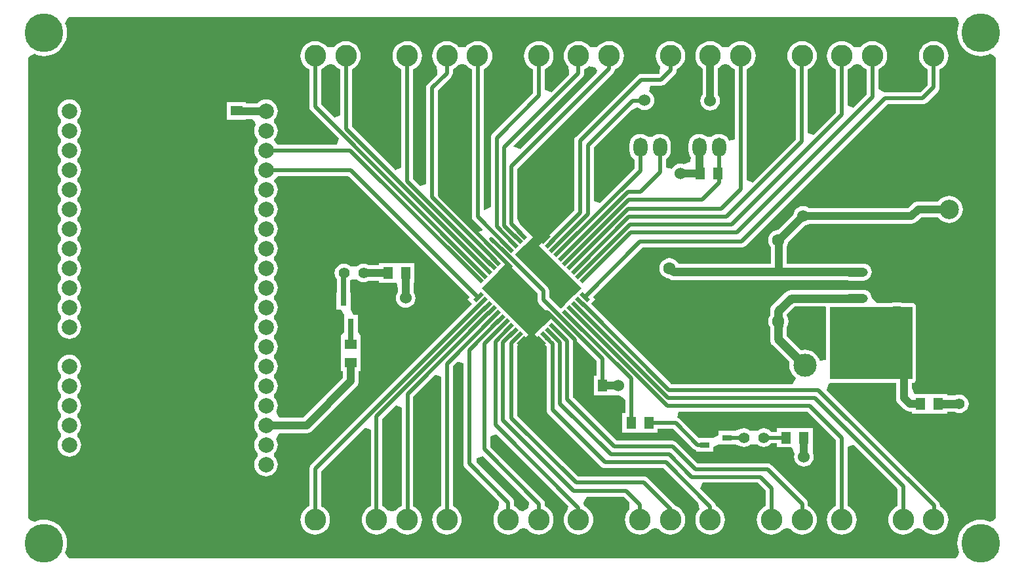
<source format=gbl>
G04 Layer_Physical_Order=2*
G04 Layer_Color=16711680*
%FSLAX25Y25*%
%MOIN*%
G70*
G01*
G75*
%ADD10C,0.01968*%
%ADD12C,0.06000*%
%ADD13C,0.09842*%
%ADD14C,0.19685*%
%ADD15O,0.07087X0.09842*%
%ADD16C,0.11024*%
%ADD17R,0.11811X0.05512*%
%ADD18O,0.11811X0.04724*%
%ADD19C,0.06299*%
%ADD20C,0.07874*%
%ADD21C,0.11811*%
G04:AMPARAMS|DCode=22|XSize=157.48mil|YSize=78.74mil|CornerRadius=19.68mil|HoleSize=0mil|Usage=FLASHONLY|Rotation=270.000|XOffset=0mil|YOffset=0mil|HoleType=Round|Shape=RoundedRectangle|*
%AMROUNDEDRECTD22*
21,1,0.15748,0.03937,0,0,270.0*
21,1,0.11811,0.07874,0,0,270.0*
1,1,0.03937,-0.01968,-0.05905*
1,1,0.03937,-0.01968,0.05905*
1,1,0.03937,0.01968,0.05905*
1,1,0.03937,0.01968,-0.05905*
%
%ADD22ROUNDEDRECTD22*%
G04:AMPARAMS|DCode=23|XSize=157.48mil|YSize=78.74mil|CornerRadius=19.68mil|HoleSize=0mil|Usage=FLASHONLY|Rotation=0.000|XOffset=0mil|YOffset=0mil|HoleType=Round|Shape=RoundedRectangle|*
%AMROUNDEDRECTD23*
21,1,0.15748,0.03937,0,0,0.0*
21,1,0.11811,0.07874,0,0,0.0*
1,1,0.03937,0.05905,-0.01968*
1,1,0.03937,-0.05905,-0.01968*
1,1,0.03937,-0.05905,0.01968*
1,1,0.03937,0.05905,0.01968*
%
%ADD23ROUNDEDRECTD23*%
%ADD24C,0.05512*%
G04:AMPARAMS|DCode=25|XSize=21.65mil|YSize=53.15mil|CornerRadius=0mil|HoleSize=0mil|Usage=FLASHONLY|Rotation=225.000|XOffset=0mil|YOffset=0mil|HoleType=Round|Shape=Rectangle|*
%AMROTATEDRECTD25*
4,1,4,-0.01114,0.02645,0.02645,-0.01114,0.01114,-0.02645,-0.02645,0.01114,-0.01114,0.02645,0.0*
%
%ADD25ROTATEDRECTD25*%

G04:AMPARAMS|DCode=26|XSize=21.65mil|YSize=53.15mil|CornerRadius=0mil|HoleSize=0mil|Usage=FLASHONLY|Rotation=315.000|XOffset=0mil|YOffset=0mil|HoleType=Round|Shape=Rectangle|*
%AMROTATEDRECTD26*
4,1,4,-0.02645,-0.01114,0.01114,0.02645,0.02645,0.01114,-0.01114,-0.02645,-0.02645,-0.01114,0.0*
%
%ADD26ROTATEDRECTD26*%

%ADD27R,0.05118X0.05905*%
%ADD28R,0.05905X0.05118*%
%ADD29R,0.04724X0.03150*%
%ADD30R,0.03150X0.04724*%
%ADD31C,0.03937*%
%ADD32C,0.04331*%
%ADD33C,0.02756*%
%ADD34R,0.41898X0.36671*%
%ADD35R,0.02035X0.04216*%
G36*
X236387Y136555D02*
X237204Y134646D01*
X236764Y133582D01*
X236330Y131775D01*
X236184Y129921D01*
X236330Y128068D01*
X236764Y126260D01*
X237475Y124543D01*
X238447Y122957D01*
X239654Y121544D01*
X241068Y120336D01*
X242653Y119365D01*
X244370Y118654D01*
X246178Y118220D01*
X248031Y118074D01*
X249885Y118220D01*
X251693Y118654D01*
X252756Y119094D01*
X254665Y118277D01*
X255906Y117200D01*
Y-117200D01*
X254665Y-118277D01*
X252756Y-119094D01*
X251693Y-118654D01*
X249885Y-118220D01*
X248031Y-118074D01*
X246178Y-118220D01*
X244370Y-118654D01*
X242653Y-119365D01*
X241068Y-120336D01*
X239654Y-121544D01*
X238447Y-122957D01*
X237475Y-124543D01*
X236764Y-126260D01*
X236330Y-128068D01*
X236184Y-129921D01*
X236330Y-131775D01*
X236764Y-133582D01*
X237204Y-134646D01*
X236387Y-136555D01*
X235311Y-137795D01*
X-215625D01*
X-216702Y-136555D01*
X-217519Y-134646D01*
X-217079Y-133582D01*
X-216645Y-131775D01*
X-216499Y-129921D01*
X-216645Y-128068D01*
X-217079Y-126260D01*
X-217790Y-124543D01*
X-218762Y-122957D01*
X-219969Y-121544D01*
X-221383Y-120336D01*
X-222968Y-119365D01*
X-224685Y-118654D01*
X-226493Y-118220D01*
X-228346Y-118074D01*
X-230200Y-118220D01*
X-232008Y-118654D01*
X-233071Y-119094D01*
X-234980Y-118277D01*
X-236221Y-117200D01*
Y117200D01*
X-234980Y118277D01*
X-233071Y119094D01*
X-232008Y118654D01*
X-230200Y118220D01*
X-228346Y118074D01*
X-226493Y118220D01*
X-224685Y118654D01*
X-222968Y119365D01*
X-221383Y120336D01*
X-219969Y121544D01*
X-218762Y122957D01*
X-217790Y124543D01*
X-217079Y126260D01*
X-216645Y128068D01*
X-216499Y129921D01*
X-216645Y131775D01*
X-217079Y133582D01*
X-217519Y134646D01*
X-216702Y136555D01*
X-215625Y137795D01*
X235311D01*
X236387Y136555D01*
D02*
G37*
%LPC*%
G36*
X231999Y46873D02*
X230648Y46740D01*
X229349Y46346D01*
X228152Y45706D01*
X227103Y44845D01*
X226422Y44015D01*
X216317D01*
X215289Y43880D01*
X214332Y43483D01*
X213509Y42852D01*
X211226Y40569D01*
X160763D01*
X160282Y40938D01*
X159073Y41438D01*
X157776Y41609D01*
X156479Y41438D01*
X155270Y40938D01*
X154233Y40141D01*
X153436Y39103D01*
X152935Y37895D01*
X152856Y37294D01*
X145022Y29460D01*
X143888Y29310D01*
X142643Y28795D01*
X141574Y27974D01*
X140753Y26905D01*
X140238Y25660D01*
X140062Y24324D01*
X140238Y22988D01*
X140753Y21743D01*
X141404Y20895D01*
Y12259D01*
X94464D01*
X94361Y12506D01*
X93541Y13576D01*
X92472Y14396D01*
X91227Y14912D01*
X89891Y15088D01*
X88555Y14912D01*
X87310Y14396D01*
X86240Y13576D01*
X85420Y12506D01*
X84904Y11261D01*
X84728Y9925D01*
X84904Y8589D01*
X85420Y7344D01*
X86240Y6275D01*
X87310Y5455D01*
X88555Y4939D01*
X89357Y4833D01*
X89819Y4479D01*
X90825Y4062D01*
X91904Y3920D01*
X179978D01*
X180125Y3859D01*
X181255Y3711D01*
X188342D01*
X189473Y3859D01*
X190526Y4296D01*
X191431Y4990D01*
X192125Y5895D01*
X192561Y6948D01*
X192710Y8078D01*
X192561Y9209D01*
X192125Y10263D01*
X191431Y11167D01*
X190526Y11861D01*
X189473Y12298D01*
X188342Y12447D01*
X181255D01*
X180125Y12298D01*
X180032Y12259D01*
X149346D01*
Y21288D01*
X149695Y21743D01*
X150210Y22988D01*
X150275Y23481D01*
X158472Y31678D01*
X159073Y31757D01*
X160282Y32258D01*
X160763Y32627D01*
X212871D01*
X213899Y32762D01*
X214857Y33159D01*
X215679Y33790D01*
X217962Y36073D01*
X226268D01*
X227103Y35055D01*
X228152Y34194D01*
X229349Y33554D01*
X230648Y33160D01*
X231999Y33027D01*
X233349Y33160D01*
X234648Y33554D01*
X235845Y34194D01*
X236894Y35055D01*
X237755Y36104D01*
X238395Y37301D01*
X238789Y38599D01*
X238922Y39950D01*
X238789Y41301D01*
X238395Y42599D01*
X237755Y43796D01*
X236894Y44845D01*
X235845Y45706D01*
X234648Y46346D01*
X233349Y46740D01*
X231999Y46873D01*
D02*
G37*
G36*
X-215354Y95934D02*
X-216512Y95820D01*
X-217625Y95482D01*
X-218651Y94934D01*
X-219550Y94196D01*
X-220288Y93297D01*
X-220837Y92271D01*
X-221174Y91158D01*
X-221288Y90000D01*
X-221174Y88842D01*
X-220837Y87729D01*
X-220288Y86703D01*
X-219550Y85804D01*
Y84196D01*
X-220288Y83297D01*
X-220837Y82271D01*
X-221174Y81158D01*
X-221288Y80000D01*
X-221174Y78842D01*
X-220837Y77729D01*
X-220288Y76703D01*
X-219550Y75804D01*
Y74196D01*
X-220288Y73297D01*
X-220837Y72271D01*
X-221174Y71158D01*
X-221288Y70000D01*
X-221174Y68842D01*
X-220837Y67729D01*
X-220288Y66703D01*
X-219550Y65804D01*
Y64196D01*
X-220288Y63297D01*
X-220837Y62271D01*
X-221174Y61158D01*
X-221288Y60000D01*
X-221174Y58842D01*
X-220837Y57729D01*
X-220288Y56703D01*
X-219550Y55804D01*
Y54196D01*
X-220288Y53297D01*
X-220837Y52271D01*
X-221174Y51158D01*
X-221288Y50000D01*
X-221174Y48842D01*
X-220837Y47729D01*
X-220288Y46703D01*
X-219550Y45804D01*
Y44196D01*
X-220288Y43297D01*
X-220837Y42271D01*
X-221174Y41158D01*
X-221288Y40000D01*
X-221174Y38842D01*
X-220837Y37729D01*
X-220288Y36703D01*
X-219550Y35804D01*
Y34196D01*
X-220288Y33297D01*
X-220837Y32271D01*
X-221174Y31158D01*
X-221288Y30000D01*
X-221174Y28842D01*
X-220837Y27729D01*
X-220288Y26703D01*
X-219550Y25804D01*
Y24196D01*
X-220288Y23297D01*
X-220837Y22271D01*
X-221174Y21158D01*
X-221288Y20000D01*
X-221174Y18842D01*
X-220837Y17729D01*
X-220288Y16703D01*
X-219550Y15804D01*
Y14196D01*
X-220288Y13297D01*
X-220837Y12271D01*
X-221174Y11158D01*
X-221288Y10000D01*
X-221174Y8842D01*
X-220837Y7729D01*
X-220288Y6703D01*
X-219550Y5804D01*
Y4196D01*
X-220288Y3297D01*
X-220837Y2271D01*
X-221174Y1158D01*
X-221288Y0D01*
X-221174Y-1158D01*
X-220837Y-2271D01*
X-220288Y-3297D01*
X-219550Y-4196D01*
Y-5804D01*
X-220288Y-6703D01*
X-220837Y-7729D01*
X-221174Y-8842D01*
X-221288Y-10000D01*
X-221174Y-11158D01*
X-220837Y-12271D01*
X-220288Y-13297D01*
X-219550Y-14196D01*
Y-15804D01*
X-220288Y-16703D01*
X-220837Y-17729D01*
X-221174Y-18842D01*
X-221288Y-20000D01*
X-221174Y-21158D01*
X-220837Y-22271D01*
X-220288Y-23297D01*
X-219550Y-24196D01*
X-218651Y-24934D01*
X-217625Y-25482D01*
X-216512Y-25820D01*
X-215354Y-25934D01*
X-214197Y-25820D01*
X-213084Y-25482D01*
X-212057Y-24934D01*
X-211158Y-24196D01*
X-210420Y-23297D01*
X-209872Y-22271D01*
X-209534Y-21158D01*
X-209420Y-20000D01*
X-209534Y-18842D01*
X-209872Y-17729D01*
X-210420Y-16703D01*
X-211158Y-15804D01*
Y-14196D01*
X-210420Y-13297D01*
X-209872Y-12271D01*
X-209534Y-11158D01*
X-209420Y-10000D01*
X-209534Y-8842D01*
X-209872Y-7729D01*
X-210420Y-6703D01*
X-211158Y-5804D01*
Y-4196D01*
X-210420Y-3297D01*
X-209872Y-2271D01*
X-209534Y-1158D01*
X-209420Y0D01*
X-209534Y1158D01*
X-209872Y2271D01*
X-210420Y3297D01*
X-211158Y4196D01*
Y5804D01*
X-210420Y6703D01*
X-209872Y7729D01*
X-209534Y8842D01*
X-209420Y10000D01*
X-209534Y11158D01*
X-209872Y12271D01*
X-210420Y13297D01*
X-211158Y14196D01*
Y15804D01*
X-210420Y16703D01*
X-209872Y17729D01*
X-209534Y18842D01*
X-209420Y20000D01*
X-209534Y21158D01*
X-209872Y22271D01*
X-210420Y23297D01*
X-211158Y24196D01*
Y25804D01*
X-210420Y26703D01*
X-209872Y27729D01*
X-209534Y28842D01*
X-209420Y30000D01*
X-209534Y31158D01*
X-209872Y32271D01*
X-210420Y33297D01*
X-211158Y34196D01*
Y35804D01*
X-210420Y36703D01*
X-209872Y37729D01*
X-209534Y38842D01*
X-209420Y40000D01*
X-209534Y41158D01*
X-209872Y42271D01*
X-210420Y43297D01*
X-211158Y44196D01*
Y45804D01*
X-210420Y46703D01*
X-209872Y47729D01*
X-209534Y48842D01*
X-209420Y50000D01*
X-209534Y51158D01*
X-209872Y52271D01*
X-210420Y53297D01*
X-211158Y54196D01*
Y55804D01*
X-210420Y56703D01*
X-209872Y57729D01*
X-209534Y58842D01*
X-209420Y60000D01*
X-209534Y61158D01*
X-209872Y62271D01*
X-210420Y63297D01*
X-211158Y64196D01*
Y65804D01*
X-210420Y66703D01*
X-209872Y67729D01*
X-209534Y68842D01*
X-209420Y70000D01*
X-209534Y71158D01*
X-209872Y72271D01*
X-210420Y73297D01*
X-211158Y74196D01*
Y75804D01*
X-210420Y76703D01*
X-209872Y77729D01*
X-209534Y78842D01*
X-209420Y80000D01*
X-209534Y81158D01*
X-209872Y82271D01*
X-210420Y83297D01*
X-211158Y84196D01*
Y85804D01*
X-210420Y86703D01*
X-209872Y87729D01*
X-209534Y88842D01*
X-209420Y90000D01*
X-209534Y91158D01*
X-209872Y92271D01*
X-210420Y93297D01*
X-211158Y94196D01*
X-212057Y94934D01*
X-213084Y95482D01*
X-214197Y95820D01*
X-215354Y95934D01*
D02*
G37*
G36*
Y-34066D02*
X-216512Y-34180D01*
X-217625Y-34518D01*
X-218651Y-35066D01*
X-219550Y-35804D01*
X-220288Y-36703D01*
X-220837Y-37729D01*
X-221174Y-38842D01*
X-221288Y-40000D01*
X-221174Y-41158D01*
X-220837Y-42271D01*
X-220288Y-43297D01*
X-219550Y-44196D01*
Y-45804D01*
X-220288Y-46703D01*
X-220837Y-47729D01*
X-221174Y-48842D01*
X-221288Y-50000D01*
X-221174Y-51158D01*
X-220837Y-52271D01*
X-220288Y-53297D01*
X-219550Y-54196D01*
Y-55804D01*
X-220288Y-56703D01*
X-220837Y-57729D01*
X-221174Y-58842D01*
X-221288Y-60000D01*
X-221174Y-61158D01*
X-220837Y-62271D01*
X-220288Y-63297D01*
X-219550Y-64196D01*
Y-65804D01*
X-220288Y-66703D01*
X-220837Y-67729D01*
X-221174Y-68842D01*
X-221288Y-70000D01*
X-221174Y-71158D01*
X-220837Y-72271D01*
X-220288Y-73297D01*
X-219550Y-74196D01*
Y-75804D01*
X-220288Y-76703D01*
X-220837Y-77729D01*
X-221174Y-78842D01*
X-221288Y-80000D01*
X-221174Y-81158D01*
X-220837Y-82271D01*
X-220288Y-83297D01*
X-219550Y-84196D01*
X-218651Y-84934D01*
X-217625Y-85482D01*
X-216512Y-85820D01*
X-215354Y-85934D01*
X-214197Y-85820D01*
X-213084Y-85482D01*
X-212057Y-84934D01*
X-211158Y-84196D01*
X-210420Y-83297D01*
X-209872Y-82271D01*
X-209534Y-81158D01*
X-209420Y-80000D01*
X-209534Y-78842D01*
X-209872Y-77729D01*
X-210420Y-76703D01*
X-211158Y-75804D01*
Y-74196D01*
X-210420Y-73297D01*
X-209872Y-72271D01*
X-209534Y-71158D01*
X-209420Y-70000D01*
X-209534Y-68842D01*
X-209872Y-67729D01*
X-210420Y-66703D01*
X-211158Y-65804D01*
Y-64196D01*
X-210420Y-63297D01*
X-209872Y-62271D01*
X-209534Y-61158D01*
X-209420Y-60000D01*
X-209534Y-58842D01*
X-209872Y-57729D01*
X-210420Y-56703D01*
X-211158Y-55804D01*
Y-54196D01*
X-210420Y-53297D01*
X-209872Y-52271D01*
X-209534Y-51158D01*
X-209420Y-50000D01*
X-209534Y-48842D01*
X-209872Y-47729D01*
X-210420Y-46703D01*
X-211158Y-45804D01*
Y-44196D01*
X-210420Y-43297D01*
X-209872Y-42271D01*
X-209534Y-41158D01*
X-209420Y-40000D01*
X-209534Y-38842D01*
X-209872Y-37729D01*
X-210420Y-36703D01*
X-211158Y-35804D01*
X-212057Y-35066D01*
X-213084Y-34518D01*
X-214197Y-34180D01*
X-215354Y-34066D01*
D02*
G37*
G36*
X224173Y125627D02*
X222707Y125482D01*
X221297Y125055D01*
X219997Y124360D01*
X218858Y123425D01*
X217923Y122286D01*
X217229Y120987D01*
X216801Y119577D01*
X216657Y118110D01*
X216801Y116644D01*
X217229Y115234D01*
X217923Y113934D01*
X218858Y112795D01*
X219997Y111861D01*
X221195Y111220D01*
Y103353D01*
X217261Y99419D01*
X199347D01*
X199279Y99410D01*
X196664Y100950D01*
X196391Y101183D01*
X196129Y101570D01*
Y111305D01*
X197168Y111861D01*
X198307Y112795D01*
X199242Y113934D01*
X199936Y115234D01*
X200364Y116644D01*
X200509Y118110D01*
X200364Y119577D01*
X199936Y120987D01*
X199242Y122286D01*
X198307Y123425D01*
X197168Y124360D01*
X195869Y125055D01*
X194458Y125482D01*
X192992Y125627D01*
X191526Y125482D01*
X190116Y125055D01*
X188816Y124360D01*
X187677Y123425D01*
X187033Y122641D01*
X185197Y122413D01*
X183361Y122641D01*
X182717Y123425D01*
X181578Y124360D01*
X180278Y125055D01*
X178868Y125482D01*
X177402Y125627D01*
X175935Y125482D01*
X174525Y125055D01*
X173226Y124360D01*
X172087Y123425D01*
X171152Y122286D01*
X170457Y120987D01*
X170029Y119577D01*
X169885Y118110D01*
X170029Y116644D01*
X170457Y115234D01*
X171152Y113934D01*
X172087Y112795D01*
X173226Y111861D01*
X174406Y111230D01*
Y89336D01*
X162938Y77868D01*
X160029Y79074D01*
Y111138D01*
X160121Y111166D01*
X161420Y111861D01*
X162559Y112795D01*
X163494Y113934D01*
X164188Y115234D01*
X164616Y116644D01*
X164761Y118110D01*
X164616Y119577D01*
X164188Y120987D01*
X163494Y122286D01*
X162559Y123425D01*
X161420Y124360D01*
X160121Y125055D01*
X158711Y125482D01*
X157244Y125627D01*
X155778Y125482D01*
X154368Y125055D01*
X153068Y124360D01*
X151929Y123425D01*
X150994Y122286D01*
X150300Y120987D01*
X149872Y119577D01*
X149728Y118110D01*
X149872Y116644D01*
X150300Y115234D01*
X150994Y113934D01*
X151929Y112795D01*
X153068Y111861D01*
X154072Y111324D01*
Y75681D01*
X132076Y53685D01*
X129166Y54891D01*
X129166Y111287D01*
X130239Y111861D01*
X131378Y112795D01*
X132313Y113934D01*
X133007Y115234D01*
X133435Y116644D01*
X133580Y118110D01*
X133435Y119577D01*
X133007Y120987D01*
X132313Y122286D01*
X131378Y123425D01*
X130239Y124360D01*
X128939Y125055D01*
X127529Y125482D01*
X126063Y125627D01*
X124597Y125482D01*
X123187Y125055D01*
X121887Y124360D01*
X120748Y123425D01*
X120104Y122641D01*
X118268Y122413D01*
X116431Y122641D01*
X115787Y123425D01*
X114648Y124360D01*
X113349Y125055D01*
X111939Y125482D01*
X110472Y125627D01*
X109006Y125482D01*
X107596Y125055D01*
X106297Y124360D01*
X105157Y123425D01*
X104223Y122286D01*
X103528Y120987D01*
X103100Y119577D01*
X102956Y118110D01*
X103100Y116644D01*
X103528Y115234D01*
X104223Y113934D01*
X105157Y112795D01*
X106297Y111861D01*
X106586Y111706D01*
Y98468D01*
X106122Y97864D01*
X105621Y96655D01*
X105451Y95358D01*
X105621Y94061D01*
X106122Y92852D01*
X106918Y91814D01*
X107956Y91018D01*
X109165Y90517D01*
X110462Y90346D01*
X111759Y90517D01*
X112968Y91018D01*
X114006Y91814D01*
X114802Y92852D01*
X115303Y94061D01*
X115473Y95358D01*
X115303Y96655D01*
X114802Y97864D01*
X114527Y98221D01*
Y111796D01*
X114648Y111861D01*
X115787Y112795D01*
X116431Y113580D01*
X118268Y113807D01*
X120104Y113580D01*
X120748Y112795D01*
X121887Y111861D01*
X123187Y111166D01*
X123210Y111159D01*
X123210Y75596D01*
X120060Y74969D01*
X119795Y75609D01*
X118912Y76760D01*
X117760Y77644D01*
X116419Y78199D01*
X114980Y78389D01*
X113542Y78199D01*
X112201Y77644D01*
X111049Y76760D01*
X108912D01*
X107760Y77644D01*
X106419Y78199D01*
X104981Y78389D01*
X103542Y78199D01*
X102201Y77644D01*
X101049Y76760D01*
X100166Y75609D01*
X99611Y74268D01*
X99421Y72829D01*
Y70073D01*
X99611Y68634D01*
X100166Y67294D01*
X100668Y66639D01*
X100245Y64250D01*
X97203Y62939D01*
X96821Y63097D01*
X95524Y63268D01*
X94227Y63097D01*
X93019Y62596D01*
X91981Y61800D01*
X91184Y60762D01*
X91160Y60704D01*
X88011Y61330D01*
Y65451D01*
X88912Y66142D01*
X89795Y67294D01*
X90351Y68634D01*
X90540Y70073D01*
Y72829D01*
X90351Y74268D01*
X89795Y75609D01*
X88912Y76760D01*
X87760Y77644D01*
X86419Y78199D01*
X84981Y78389D01*
X83542Y78199D01*
X82201Y77644D01*
X81050Y76760D01*
X78912D01*
X77760Y77644D01*
X76419Y78199D01*
X74981Y78389D01*
X73542Y78199D01*
X72201Y77644D01*
X71049Y76760D01*
X70166Y75609D01*
X69611Y74268D01*
X69421Y72829D01*
Y70073D01*
X69611Y68634D01*
X70166Y67294D01*
X71049Y66142D01*
X72069Y65359D01*
Y60962D01*
X54312Y43204D01*
X51402Y44410D01*
Y71498D01*
X70597Y90693D01*
X73551Y91889D01*
X74589Y91093D01*
X75797Y90592D01*
X77094Y90422D01*
X78391Y90592D01*
X79600Y91093D01*
X80638Y91889D01*
X81434Y92927D01*
X81935Y94136D01*
X82106Y95433D01*
X81935Y96730D01*
X81434Y97939D01*
X80638Y98976D01*
X79600Y99773D01*
X79454Y99833D01*
X80081Y102983D01*
X85503D01*
X86274Y103084D01*
X86992Y103382D01*
X87609Y103855D01*
X92491Y108737D01*
X92964Y109354D01*
X93262Y110072D01*
X93363Y110843D01*
X93363Y110843D01*
Y111258D01*
X94491Y111861D01*
X95630Y112795D01*
X96565Y113934D01*
X97259Y115234D01*
X97687Y116644D01*
X97831Y118110D01*
X97687Y119577D01*
X97259Y120987D01*
X96565Y122286D01*
X95630Y123425D01*
X94491Y124360D01*
X93191Y125055D01*
X91781Y125482D01*
X90315Y125627D01*
X88849Y125482D01*
X87438Y125055D01*
X86139Y124360D01*
X85000Y123425D01*
X84065Y122286D01*
X83371Y120987D01*
X82943Y119577D01*
X82798Y118110D01*
X82943Y116644D01*
X83371Y115234D01*
X84065Y113934D01*
X85000Y112795D01*
X84613Y109283D01*
X84269Y108939D01*
X75425D01*
X75425Y108939D01*
X74655Y108838D01*
X73936Y108540D01*
X73319Y108067D01*
X73319Y108067D01*
X42310Y77057D01*
X41837Y76440D01*
X41539Y75722D01*
X41438Y74951D01*
Y39440D01*
X26976Y24978D01*
X26943Y24936D01*
X23513Y21506D01*
X25740Y19278D01*
X27828Y17190D01*
X27967Y17051D01*
X30194Y14824D01*
X32282Y12736D01*
X34509Y10509D01*
X36736Y8282D01*
X38963Y6055D01*
X41191Y3828D01*
X41330Y3689D01*
X45018Y0D01*
X41330Y-3689D01*
X39103Y-5916D01*
X36876Y-8143D01*
X36736Y-8282D01*
X34429Y-10590D01*
X28597Y-4758D01*
Y-1479D01*
X28495Y-708D01*
X28198Y10D01*
X27724Y627D01*
X27724Y627D01*
X11351Y17000D01*
X11403Y17051D01*
X13769Y19418D01*
X15996Y21645D01*
X20311Y25960D01*
X13769Y32502D01*
X12499Y35125D01*
Y60722D01*
X61279Y109502D01*
X61279Y109502D01*
X61753Y110119D01*
X62050Y110838D01*
X62100Y111214D01*
X63310Y111861D01*
X64449Y112795D01*
X65384Y113934D01*
X66078Y115234D01*
X66506Y116644D01*
X66650Y118110D01*
X66506Y119577D01*
X66078Y120987D01*
X65384Y122286D01*
X64449Y123425D01*
X63310Y124360D01*
X62010Y125055D01*
X60600Y125482D01*
X59134Y125627D01*
X57667Y125482D01*
X56257Y125055D01*
X54958Y124360D01*
X53819Y123425D01*
X53175Y122641D01*
X51339Y122413D01*
X49502Y122641D01*
X48858Y123425D01*
X47719Y124360D01*
X46420Y125055D01*
X45010Y125482D01*
X43543Y125627D01*
X42077Y125482D01*
X40667Y125055D01*
X39367Y124360D01*
X38228Y123425D01*
X37293Y122286D01*
X36599Y120987D01*
X36171Y119577D01*
X36027Y118110D01*
X36171Y116644D01*
X36599Y115234D01*
X37293Y113934D01*
X38228Y112795D01*
X38253Y112775D01*
X38808Y109483D01*
X38621Y108688D01*
X29664Y99731D01*
X26514Y101036D01*
Y111301D01*
X27562Y111861D01*
X28701Y112795D01*
X29636Y113934D01*
X30330Y115234D01*
X30758Y116644D01*
X30902Y118110D01*
X30758Y119577D01*
X30330Y120987D01*
X29636Y122286D01*
X28701Y123425D01*
X27562Y124360D01*
X26262Y125055D01*
X24852Y125482D01*
X23386Y125627D01*
X21919Y125482D01*
X20509Y125055D01*
X19210Y124360D01*
X18071Y123425D01*
X17136Y122286D01*
X16442Y120987D01*
X16014Y119577D01*
X15869Y118110D01*
X16014Y116644D01*
X16442Y115234D01*
X17136Y113934D01*
X18071Y112795D01*
X19210Y111861D01*
X20509Y111166D01*
X20558Y111151D01*
Y99210D01*
X-139Y78514D01*
X-612Y77897D01*
X-910Y77179D01*
X-1011Y76408D01*
Y41181D01*
X-4161Y39497D01*
X-4657Y39829D01*
Y111306D01*
X-3619Y111861D01*
X-2480Y112795D01*
X-1546Y113934D01*
X-851Y115234D01*
X-423Y116644D01*
X-279Y118110D01*
X-423Y119577D01*
X-851Y120987D01*
X-1546Y122286D01*
X-2480Y123425D01*
X-3619Y124360D01*
X-4919Y125055D01*
X-6329Y125482D01*
X-7795Y125627D01*
X-9262Y125482D01*
X-10672Y125055D01*
X-11971Y124360D01*
X-13110Y123425D01*
X-13754Y122641D01*
X-15591Y122413D01*
X-17427Y122641D01*
X-18071Y123425D01*
X-19210Y124360D01*
X-20509Y125055D01*
X-21919Y125482D01*
X-23386Y125627D01*
X-24852Y125482D01*
X-26262Y125055D01*
X-27562Y124360D01*
X-28701Y123425D01*
X-29636Y122286D01*
X-30330Y120987D01*
X-30758Y119577D01*
X-30902Y118110D01*
X-30758Y116644D01*
X-30330Y115234D01*
X-29636Y113934D01*
X-28701Y112795D01*
X-28661Y112762D01*
X-28104Y109493D01*
X-28290Y108678D01*
X-33029Y103940D01*
X-33502Y103323D01*
X-33800Y102604D01*
X-33901Y101834D01*
Y53004D01*
X-36811Y51799D01*
X-40607Y55594D01*
Y111198D01*
X-39367Y111861D01*
X-38228Y112795D01*
X-37293Y113934D01*
X-36599Y115234D01*
X-36171Y116644D01*
X-36027Y118110D01*
X-36171Y119577D01*
X-36599Y120987D01*
X-37293Y122286D01*
X-38228Y123425D01*
X-39367Y124360D01*
X-40667Y125055D01*
X-42077Y125482D01*
X-43543Y125627D01*
X-45010Y125482D01*
X-46420Y125055D01*
X-47719Y124360D01*
X-48858Y123425D01*
X-49793Y122286D01*
X-50488Y120987D01*
X-50915Y119577D01*
X-51060Y118110D01*
X-50915Y116644D01*
X-50488Y115234D01*
X-49793Y113934D01*
X-48858Y112795D01*
X-47719Y111861D01*
X-46564Y111243D01*
Y61186D01*
X-49474Y59981D01*
X-71655Y82162D01*
Y111269D01*
X-70548Y111861D01*
X-69409Y112795D01*
X-68475Y113934D01*
X-67780Y115234D01*
X-67352Y116644D01*
X-67208Y118110D01*
X-67352Y119577D01*
X-67780Y120987D01*
X-68475Y122286D01*
X-69409Y123425D01*
X-70548Y124360D01*
X-71848Y125055D01*
X-73258Y125482D01*
X-74724Y125627D01*
X-76191Y125482D01*
X-77601Y125055D01*
X-78900Y124360D01*
X-80039Y123425D01*
X-80683Y122641D01*
X-82520Y122413D01*
X-84356Y122641D01*
X-85000Y123425D01*
X-86139Y124360D01*
X-87438Y125055D01*
X-88849Y125482D01*
X-90315Y125627D01*
X-91781Y125482D01*
X-93191Y125055D01*
X-94491Y124360D01*
X-95630Y123425D01*
X-96565Y122286D01*
X-97259Y120987D01*
X-97687Y119577D01*
X-97831Y118110D01*
X-97687Y116644D01*
X-97259Y115234D01*
X-96565Y113934D01*
X-95630Y112795D01*
X-94491Y111861D01*
X-93255Y111200D01*
Y92197D01*
X-93153Y91426D01*
X-92855Y90708D01*
X-92382Y90091D01*
X-78148Y75857D01*
X-79353Y72947D01*
X-109674D01*
X-111158Y75275D01*
Y75804D01*
X-110420Y76703D01*
X-109872Y77729D01*
X-109534Y78842D01*
X-109420Y80000D01*
X-109534Y81158D01*
X-109872Y82271D01*
X-110420Y83297D01*
X-111158Y84196D01*
Y85804D01*
X-110420Y86703D01*
X-109872Y87729D01*
X-109534Y88842D01*
X-109420Y90000D01*
X-109534Y91158D01*
X-109872Y92271D01*
X-110420Y93297D01*
X-111158Y94196D01*
X-112057Y94934D01*
X-113084Y95482D01*
X-114197Y95820D01*
X-115354Y95934D01*
X-116512Y95820D01*
X-117625Y95482D01*
X-118651Y94934D01*
X-119550Y94196D01*
X-119735Y93971D01*
X-125431D01*
Y94616D01*
X-135274D01*
Y85561D01*
X-125431D01*
Y86029D01*
X-122120D01*
X-120994Y84350D01*
X-120511Y82879D01*
X-120837Y82271D01*
X-121174Y81158D01*
X-121288Y80000D01*
X-121174Y78842D01*
X-120837Y77729D01*
X-120288Y76703D01*
X-119550Y75804D01*
Y74196D01*
X-120288Y73297D01*
X-120837Y72271D01*
X-121174Y71158D01*
X-121288Y70000D01*
X-121174Y68842D01*
X-120837Y67729D01*
X-120288Y66703D01*
X-119550Y65804D01*
Y64196D01*
X-120288Y63297D01*
X-120837Y62271D01*
X-121174Y61158D01*
X-121288Y60000D01*
X-121174Y58842D01*
X-120837Y57729D01*
X-120288Y56703D01*
X-119550Y55804D01*
Y54196D01*
X-120288Y53297D01*
X-120837Y52271D01*
X-121174Y51158D01*
X-121288Y50000D01*
X-121174Y48842D01*
X-120837Y47729D01*
X-120288Y46703D01*
X-119550Y45804D01*
Y44196D01*
X-120288Y43297D01*
X-120837Y42271D01*
X-121174Y41158D01*
X-121288Y40000D01*
X-121174Y38842D01*
X-120837Y37729D01*
X-120288Y36703D01*
X-119550Y35804D01*
Y34196D01*
X-120288Y33297D01*
X-120837Y32271D01*
X-121174Y31158D01*
X-121288Y30000D01*
X-121174Y28842D01*
X-120837Y27729D01*
X-120288Y26703D01*
X-119550Y25804D01*
Y24196D01*
X-120288Y23297D01*
X-120837Y22271D01*
X-121174Y21158D01*
X-121288Y20000D01*
X-121174Y18842D01*
X-120837Y17729D01*
X-120288Y16703D01*
X-119550Y15804D01*
Y14196D01*
X-120288Y13297D01*
X-120837Y12271D01*
X-121174Y11158D01*
X-121288Y10000D01*
X-121174Y8842D01*
X-120837Y7729D01*
X-120288Y6703D01*
X-119550Y5804D01*
Y4196D01*
X-120288Y3297D01*
X-120837Y2271D01*
X-121174Y1158D01*
X-121288Y0D01*
X-121174Y-1158D01*
X-120837Y-2271D01*
X-120288Y-3297D01*
X-119550Y-4196D01*
Y-5804D01*
X-120288Y-6703D01*
X-120837Y-7729D01*
X-121174Y-8842D01*
X-121288Y-10000D01*
X-121174Y-11158D01*
X-120837Y-12271D01*
X-120288Y-13297D01*
X-119550Y-14196D01*
Y-15804D01*
X-120288Y-16703D01*
X-120837Y-17729D01*
X-121174Y-18842D01*
X-121288Y-20000D01*
X-121174Y-21158D01*
X-120837Y-22271D01*
X-120288Y-23297D01*
X-119550Y-24196D01*
Y-25804D01*
X-120288Y-26703D01*
X-120837Y-27729D01*
X-121174Y-28842D01*
X-121288Y-30000D01*
X-121174Y-31158D01*
X-120837Y-32271D01*
X-120288Y-33297D01*
X-119550Y-34196D01*
Y-35804D01*
X-120288Y-36703D01*
X-120837Y-37729D01*
X-121174Y-38842D01*
X-121288Y-40000D01*
X-121174Y-41158D01*
X-120837Y-42271D01*
X-120288Y-43297D01*
X-119550Y-44196D01*
Y-45804D01*
X-120288Y-46703D01*
X-120837Y-47729D01*
X-121174Y-48842D01*
X-121288Y-50000D01*
X-121174Y-51158D01*
X-120837Y-52271D01*
X-120288Y-53297D01*
X-119550Y-54196D01*
Y-55804D01*
X-120288Y-56703D01*
X-120837Y-57729D01*
X-121174Y-58842D01*
X-121288Y-60000D01*
X-121174Y-61158D01*
X-120837Y-62271D01*
X-120288Y-63297D01*
X-119550Y-64196D01*
Y-65804D01*
X-120288Y-66703D01*
X-120837Y-67729D01*
X-121174Y-68842D01*
X-121288Y-70000D01*
X-121174Y-71158D01*
X-120837Y-72271D01*
X-120288Y-73297D01*
X-119550Y-74196D01*
Y-75804D01*
X-120288Y-76703D01*
X-120837Y-77729D01*
X-121174Y-78842D01*
X-121288Y-80000D01*
X-121174Y-81158D01*
X-120837Y-82271D01*
X-120288Y-83297D01*
X-119550Y-84196D01*
Y-85804D01*
X-120288Y-86703D01*
X-120837Y-87729D01*
X-121174Y-88842D01*
X-121288Y-90000D01*
X-121174Y-91158D01*
X-120837Y-92271D01*
X-120288Y-93297D01*
X-119550Y-94196D01*
X-118651Y-94934D01*
X-117625Y-95482D01*
X-116512Y-95820D01*
X-115354Y-95934D01*
X-114197Y-95820D01*
X-113084Y-95482D01*
X-112057Y-94934D01*
X-111158Y-94196D01*
X-110420Y-93297D01*
X-109872Y-92271D01*
X-109534Y-91158D01*
X-109420Y-90000D01*
X-109534Y-88842D01*
X-109872Y-87729D01*
X-110420Y-86703D01*
X-111158Y-85804D01*
Y-84196D01*
X-110420Y-83297D01*
X-109872Y-82271D01*
X-109534Y-81158D01*
X-109420Y-80000D01*
X-109534Y-78842D01*
X-109872Y-77729D01*
X-110197Y-77121D01*
X-109714Y-75650D01*
X-108588Y-73971D01*
X-94695D01*
X-93667Y-73836D01*
X-92710Y-73439D01*
X-91887Y-72808D01*
X-69323Y-50243D01*
X-68692Y-49421D01*
X-68295Y-48463D01*
X-68160Y-47435D01*
Y-42478D01*
X-67290D01*
Y-36572D01*
X-67290Y-33423D01*
X-67290Y-30273D01*
Y-24368D01*
X-67290D01*
X-68602Y-22266D01*
Y-13605D01*
X-70916D01*
X-72342Y-11046D01*
X-72342Y-10456D01*
Y-2385D01*
X-72510D01*
Y3760D01*
X-71656Y4226D01*
X-69621D01*
X-69103Y4116D01*
X-68736Y3955D01*
X-68103Y3469D01*
X-66954Y2993D01*
X-65720Y2830D01*
X-64487Y2993D01*
X-63338Y3469D01*
X-63135Y3624D01*
X-57919D01*
Y2635D01*
X-52013D01*
X-48864Y2635D01*
X-48307Y-284D01*
Y-2168D01*
X-48743Y-2736D01*
X-49244Y-3945D01*
X-49414Y-5242D01*
X-49244Y-6539D01*
X-48743Y-7747D01*
X-47947Y-8785D01*
X-46909Y-9582D01*
X-45700Y-10082D01*
X-44403Y-10253D01*
X-43106Y-10082D01*
X-41897Y-9582D01*
X-40859Y-8785D01*
X-40063Y-7747D01*
X-39562Y-6539D01*
X-39392Y-5242D01*
X-39562Y-3945D01*
X-40063Y-2736D01*
X-40365Y-2342D01*
Y2635D01*
X-39809D01*
Y12478D01*
X-45714D01*
X-48864Y12478D01*
X-52013Y12478D01*
X-57919D01*
Y11567D01*
X-63135D01*
X-63338Y11722D01*
X-64487Y12198D01*
X-65720Y12361D01*
X-66954Y12198D01*
X-68103Y11722D01*
X-68736Y11236D01*
X-69103Y11075D01*
X-69621Y10965D01*
X-71820D01*
X-72338Y11075D01*
X-72704Y11236D01*
X-73338Y11722D01*
X-74487Y12198D01*
X-75720Y12361D01*
X-76954Y12198D01*
X-78103Y11722D01*
X-79090Y10965D01*
X-79847Y9978D01*
X-80323Y8829D01*
X-80485Y7596D01*
X-80323Y6362D01*
X-79847Y5213D01*
X-79260Y4448D01*
Y-2385D01*
X-79428D01*
Y-11046D01*
X-77114D01*
X-75688Y-13605D01*
X-75688Y-14196D01*
Y-22266D01*
X-77132Y-24368D01*
X-77132D01*
Y-30273D01*
X-77132Y-33423D01*
X-77132Y-36572D01*
Y-42478D01*
X-76101D01*
Y-45790D01*
X-96340Y-66029D01*
X-108588D01*
X-109714Y-64350D01*
X-110197Y-62879D01*
X-109872Y-62271D01*
X-109534Y-61158D01*
X-109420Y-60000D01*
X-109534Y-58842D01*
X-109872Y-57729D01*
X-110420Y-56703D01*
X-111158Y-55804D01*
Y-54196D01*
X-110420Y-53297D01*
X-109872Y-52271D01*
X-109534Y-51158D01*
X-109420Y-50000D01*
X-109534Y-48842D01*
X-109872Y-47729D01*
X-110420Y-46703D01*
X-111158Y-45804D01*
Y-44196D01*
X-110420Y-43297D01*
X-109872Y-42271D01*
X-109534Y-41158D01*
X-109420Y-40000D01*
X-109534Y-38842D01*
X-109872Y-37729D01*
X-110420Y-36703D01*
X-111158Y-35804D01*
Y-34196D01*
X-110420Y-33297D01*
X-109872Y-32271D01*
X-109534Y-31158D01*
X-109420Y-30000D01*
X-109534Y-28842D01*
X-109872Y-27729D01*
X-110420Y-26703D01*
X-111158Y-25804D01*
Y-24196D01*
X-110420Y-23297D01*
X-109872Y-22271D01*
X-109534Y-21158D01*
X-109420Y-20000D01*
X-109534Y-18842D01*
X-109872Y-17729D01*
X-110420Y-16703D01*
X-111158Y-15804D01*
Y-14196D01*
X-110420Y-13297D01*
X-109872Y-12271D01*
X-109534Y-11158D01*
X-109420Y-10000D01*
X-109534Y-8842D01*
X-109872Y-7729D01*
X-110420Y-6703D01*
X-111158Y-5804D01*
Y-4196D01*
X-110420Y-3297D01*
X-109872Y-2271D01*
X-109534Y-1158D01*
X-109420Y0D01*
X-109534Y1158D01*
X-109872Y2271D01*
X-110420Y3297D01*
X-111158Y4196D01*
Y5804D01*
X-110420Y6703D01*
X-109872Y7729D01*
X-109534Y8842D01*
X-109420Y10000D01*
X-109534Y11158D01*
X-109872Y12271D01*
X-110420Y13297D01*
X-111158Y14196D01*
Y15804D01*
X-110420Y16703D01*
X-109872Y17729D01*
X-109534Y18842D01*
X-109420Y20000D01*
X-109534Y21158D01*
X-109872Y22271D01*
X-110420Y23297D01*
X-111158Y24196D01*
Y25804D01*
X-110420Y26703D01*
X-109872Y27729D01*
X-109534Y28842D01*
X-109420Y30000D01*
X-109534Y31158D01*
X-109872Y32271D01*
X-110420Y33297D01*
X-111158Y34196D01*
Y35804D01*
X-110420Y36703D01*
X-109872Y37729D01*
X-109534Y38842D01*
X-109420Y40000D01*
X-109534Y41158D01*
X-109872Y42271D01*
X-110420Y43297D01*
X-111158Y44196D01*
Y45804D01*
X-110420Y46703D01*
X-109872Y47729D01*
X-109534Y48842D01*
X-109420Y50000D01*
X-109534Y51158D01*
X-109872Y52271D01*
X-110420Y53297D01*
X-111158Y54196D01*
Y54520D01*
X-109098Y57058D01*
X-73481D01*
X-11662Y-4761D01*
X-12817Y-5916D01*
X-10551Y-8182D01*
X-92287Y-89917D01*
X-92760Y-90534D01*
X-93058Y-91252D01*
X-93159Y-92023D01*
Y-111156D01*
X-93191Y-111166D01*
X-94491Y-111861D01*
X-95630Y-112795D01*
X-96565Y-113934D01*
X-97259Y-115234D01*
X-97687Y-116644D01*
X-97831Y-118110D01*
X-97687Y-119577D01*
X-97259Y-120987D01*
X-96565Y-122286D01*
X-95630Y-123425D01*
X-94491Y-124360D01*
X-93191Y-125055D01*
X-91781Y-125482D01*
X-90315Y-125627D01*
X-88849Y-125482D01*
X-87438Y-125055D01*
X-86139Y-124360D01*
X-85000Y-123425D01*
X-84065Y-122286D01*
X-83371Y-120987D01*
X-82943Y-119577D01*
X-82798Y-118110D01*
X-82943Y-116644D01*
X-83371Y-115234D01*
X-84065Y-113934D01*
X-85000Y-112795D01*
X-86139Y-111861D01*
X-87203Y-111292D01*
Y-93257D01*
X-64997Y-71051D01*
X-62087Y-72257D01*
Y-111207D01*
X-63310Y-111861D01*
X-64449Y-112795D01*
X-65384Y-113934D01*
X-66078Y-115234D01*
X-66506Y-116644D01*
X-66650Y-118110D01*
X-66506Y-119577D01*
X-66078Y-120987D01*
X-65384Y-122286D01*
X-64449Y-123425D01*
X-63310Y-124360D01*
X-62010Y-125055D01*
X-60600Y-125482D01*
X-59134Y-125627D01*
X-57667Y-125482D01*
X-56257Y-125055D01*
X-54958Y-124360D01*
X-53819Y-123425D01*
X-53175Y-122641D01*
X-51339Y-122413D01*
X-49502Y-122641D01*
X-48858Y-123425D01*
X-47719Y-124360D01*
X-46420Y-125055D01*
X-45010Y-125482D01*
X-43543Y-125627D01*
X-42077Y-125482D01*
X-40667Y-125055D01*
X-39367Y-124360D01*
X-38228Y-123425D01*
X-37293Y-122286D01*
X-36599Y-120987D01*
X-36171Y-119577D01*
X-36027Y-118110D01*
X-36171Y-116644D01*
X-36599Y-115234D01*
X-37293Y-113934D01*
X-38228Y-112795D01*
X-39367Y-111861D01*
X-40446Y-111284D01*
Y-55352D01*
X-29244Y-44150D01*
X-26334Y-45355D01*
Y-111204D01*
X-27562Y-111861D01*
X-28701Y-112795D01*
X-29636Y-113934D01*
X-30330Y-115234D01*
X-30758Y-116644D01*
X-30902Y-118110D01*
X-30758Y-119577D01*
X-30330Y-120987D01*
X-29636Y-122286D01*
X-28701Y-123425D01*
X-27562Y-124360D01*
X-26262Y-125055D01*
X-24852Y-125482D01*
X-23386Y-125627D01*
X-21919Y-125482D01*
X-20509Y-125055D01*
X-19210Y-124360D01*
X-18071Y-123425D01*
X-17136Y-122286D01*
X-16442Y-120987D01*
X-16014Y-119577D01*
X-15869Y-118110D01*
X-16014Y-116644D01*
X-16442Y-115234D01*
X-17136Y-113934D01*
X-18071Y-112795D01*
X-19210Y-111861D01*
X-20378Y-111236D01*
Y-39834D01*
X-17893Y-37350D01*
X-14983Y-38555D01*
Y-89444D01*
X-14882Y-90215D01*
X-14584Y-90933D01*
X-14111Y-91550D01*
X2974Y-108634D01*
X3156Y-109544D01*
X2590Y-112705D01*
X2480Y-112795D01*
X1546Y-113934D01*
X851Y-115234D01*
X423Y-116644D01*
X279Y-118110D01*
X423Y-119577D01*
X851Y-120987D01*
X1546Y-122286D01*
X2480Y-123425D01*
X3619Y-124360D01*
X4919Y-125055D01*
X6329Y-125482D01*
X7795Y-125627D01*
X9262Y-125482D01*
X10672Y-125055D01*
X11971Y-124360D01*
X13110Y-123425D01*
X13754Y-122641D01*
X15591Y-122413D01*
X17427Y-122641D01*
X18071Y-123425D01*
X19210Y-124360D01*
X20509Y-125055D01*
X21919Y-125482D01*
X23386Y-125627D01*
X24852Y-125482D01*
X26262Y-125055D01*
X27562Y-124360D01*
X28701Y-123425D01*
X29636Y-122286D01*
X30330Y-120987D01*
X30758Y-119577D01*
X30902Y-118110D01*
X30758Y-116644D01*
X30330Y-115234D01*
X29636Y-113934D01*
X28701Y-112795D01*
X27562Y-111861D01*
X26408Y-111244D01*
Y-109940D01*
X26306Y-109169D01*
X26009Y-108451D01*
X25536Y-107834D01*
X-1362Y-80936D01*
Y-75814D01*
X1787Y-74510D01*
X38315Y-111037D01*
X38228Y-112795D01*
X37293Y-113934D01*
X36599Y-115234D01*
X36171Y-116644D01*
X36027Y-118110D01*
X36171Y-119577D01*
X36599Y-120987D01*
X37293Y-122286D01*
X38228Y-123425D01*
X39367Y-124360D01*
X40667Y-125055D01*
X42077Y-125482D01*
X43543Y-125627D01*
X45010Y-125482D01*
X46420Y-125055D01*
X47719Y-124360D01*
X48858Y-123425D01*
X49793Y-122286D01*
X50488Y-120987D01*
X50915Y-119577D01*
X51060Y-118110D01*
X50915Y-116644D01*
X50488Y-115234D01*
X49793Y-113934D01*
X48858Y-112795D01*
X47719Y-111861D01*
X46420Y-111166D01*
X45921Y-109481D01*
X47861Y-106491D01*
X66592D01*
X69300Y-109199D01*
X69409Y-112795D01*
X68475Y-113934D01*
X67780Y-115234D01*
X67352Y-116644D01*
X67208Y-118110D01*
X67352Y-119577D01*
X67780Y-120987D01*
X68475Y-122286D01*
X69409Y-123425D01*
X70548Y-124360D01*
X71848Y-125055D01*
X73258Y-125482D01*
X74724Y-125627D01*
X76191Y-125482D01*
X77601Y-125055D01*
X78900Y-124360D01*
X80039Y-123425D01*
X80683Y-122641D01*
X82520Y-122413D01*
X84356Y-122641D01*
X85000Y-123425D01*
X86139Y-124360D01*
X87438Y-125055D01*
X88849Y-125482D01*
X90315Y-125627D01*
X91781Y-125482D01*
X93191Y-125055D01*
X94491Y-124360D01*
X95630Y-123425D01*
X96565Y-122286D01*
X97259Y-120987D01*
X97687Y-119577D01*
X97831Y-118110D01*
X97687Y-116644D01*
X97259Y-115234D01*
X96565Y-113934D01*
X95630Y-112795D01*
X94491Y-111861D01*
X93191Y-111166D01*
X92869Y-111068D01*
X92466Y-110543D01*
X92466Y-110543D01*
X78890Y-96967D01*
X78273Y-96493D01*
X77555Y-96196D01*
X76784Y-96094D01*
X43503D01*
X12456Y-65048D01*
Y-31958D01*
X12478Y-31789D01*
X12478Y-31789D01*
Y-29339D01*
X18084Y-23733D01*
X13769Y-19418D01*
X11542Y-17190D01*
X11403Y-17051D01*
X7088Y-12736D01*
X4861Y-10509D01*
X2634Y-8282D01*
X407Y-6055D01*
X-1821Y-3828D01*
X-1960Y-3689D01*
X-5648Y0D01*
X-1960Y3689D01*
X407Y6055D01*
X2634Y8282D01*
X4861Y10509D01*
X6949Y12597D01*
X9288Y10640D01*
X22640Y-2713D01*
Y-5992D01*
X22742Y-6763D01*
X23039Y-7481D01*
X23512Y-8098D01*
X28056Y-12642D01*
X30055Y-14963D01*
X27967Y-17051D01*
X25740Y-19278D01*
X23513Y-21506D01*
X21286Y-23733D01*
X27450Y-29897D01*
Y-62242D01*
X27552Y-63013D01*
X27849Y-63731D01*
X28322Y-64348D01*
X54946Y-90971D01*
X54946Y-90971D01*
X55562Y-91444D01*
X56281Y-91742D01*
X57051Y-91843D01*
X57052Y-91843D01*
X86718D01*
X104300Y-109425D01*
X105157Y-112795D01*
X104223Y-113934D01*
X103528Y-115234D01*
X103100Y-116644D01*
X102956Y-118110D01*
X103100Y-119577D01*
X103528Y-120987D01*
X104223Y-122286D01*
X105157Y-123425D01*
X106297Y-124360D01*
X107596Y-125055D01*
X109006Y-125482D01*
X110472Y-125627D01*
X111939Y-125482D01*
X113349Y-125055D01*
X114648Y-124360D01*
X115787Y-123425D01*
X116722Y-122286D01*
X117417Y-120987D01*
X117844Y-119577D01*
X117989Y-118110D01*
X117844Y-116644D01*
X117417Y-115234D01*
X116722Y-113934D01*
X115787Y-112795D01*
X114648Y-111861D01*
X113499Y-111246D01*
X113426Y-110692D01*
X113128Y-109974D01*
X112655Y-109357D01*
X105449Y-102151D01*
X106654Y-99241D01*
X134701D01*
X138752Y-103292D01*
Y-111179D01*
X137478Y-111861D01*
X136339Y-112795D01*
X135404Y-113934D01*
X134709Y-115234D01*
X134282Y-116644D01*
X134137Y-118110D01*
X134282Y-119577D01*
X134709Y-120987D01*
X135404Y-122286D01*
X136339Y-123425D01*
X137478Y-124360D01*
X138777Y-125055D01*
X140187Y-125482D01*
X141654Y-125627D01*
X143120Y-125482D01*
X144530Y-125055D01*
X145829Y-124360D01*
X146968Y-123425D01*
X147613Y-122641D01*
X149449Y-122413D01*
X151285Y-122641D01*
X151929Y-123425D01*
X153068Y-124360D01*
X154368Y-125055D01*
X155778Y-125482D01*
X157244Y-125627D01*
X158711Y-125482D01*
X160121Y-125055D01*
X161420Y-124360D01*
X162559Y-123425D01*
X163494Y-122286D01*
X164188Y-120987D01*
X164616Y-119577D01*
X164761Y-118110D01*
X164616Y-116644D01*
X164188Y-115234D01*
X163494Y-113934D01*
X162559Y-112795D01*
X161420Y-111861D01*
X160238Y-111229D01*
Y-109935D01*
X160238Y-109935D01*
X160187Y-109549D01*
X160136Y-109164D01*
X159839Y-108446D01*
X159365Y-107829D01*
X141803Y-90266D01*
X141186Y-89793D01*
X140468Y-89495D01*
X139697Y-89394D01*
X104144D01*
X93534Y-78784D01*
X92917Y-78310D01*
X92199Y-78013D01*
X91428Y-77911D01*
X63119D01*
X40816Y-55608D01*
Y-29856D01*
X43966Y-28551D01*
X52804Y-37389D01*
Y-44874D01*
X51301D01*
Y-54717D01*
X60356D01*
Y-54717D01*
X63506Y-54703D01*
X63736Y-54734D01*
X64233Y-54668D01*
X66387Y-55967D01*
X67383Y-56999D01*
Y-63862D01*
X65790D01*
Y-73704D01*
X71695D01*
X74845Y-73704D01*
X77994Y-73704D01*
X83900D01*
Y-71837D01*
X91700D01*
X101965Y-82101D01*
X101965Y-82101D01*
X102582Y-82574D01*
X103300Y-82872D01*
X103457Y-82893D01*
Y-83539D01*
X112119D01*
Y-81224D01*
X114678Y-79798D01*
X115268Y-79798D01*
X123339D01*
X123339Y-79798D01*
X126113Y-80706D01*
X126479Y-80858D01*
X127712Y-81020D01*
X128946Y-80858D01*
X130095Y-80382D01*
X130729Y-79896D01*
X131344Y-79625D01*
X134081D01*
X134696Y-79896D01*
X135330Y-80382D01*
X136479Y-80858D01*
X137712Y-81020D01*
X138946Y-80858D01*
X140095Y-80382D01*
X141082Y-79625D01*
X141382Y-79233D01*
X144539D01*
Y-81202D01*
X150445D01*
X151695Y-81202D01*
X152424Y-81980D01*
X153519Y-84352D01*
X153364Y-84726D01*
X153193Y-86023D01*
X153364Y-87320D01*
X153865Y-88529D01*
X154661Y-89567D01*
X155699Y-90363D01*
X156908Y-90864D01*
X158205Y-91035D01*
X159502Y-90864D01*
X160710Y-90363D01*
X161748Y-89567D01*
X162545Y-88529D01*
X163045Y-87320D01*
X163216Y-86023D01*
X163045Y-84726D01*
X162855Y-84267D01*
X162650Y-81202D01*
X162650D01*
Y-71360D01*
X156744D01*
X153595Y-71360D01*
X150445Y-71360D01*
X144539D01*
Y-73277D01*
X141382D01*
X141082Y-72886D01*
X140095Y-72128D01*
X138946Y-71652D01*
X137712Y-71490D01*
X136479Y-71652D01*
X135330Y-72128D01*
X134696Y-72615D01*
X134081Y-72886D01*
X131344D01*
X130729Y-72615D01*
X130095Y-72128D01*
X128946Y-71652D01*
X127712Y-71490D01*
X126479Y-71652D01*
X126113Y-71804D01*
X123339Y-72712D01*
X123339Y-72712D01*
Y-72712D01*
X123339Y-72712D01*
X114678D01*
Y-75026D01*
X112119Y-76452D01*
X111528Y-76452D01*
X104739D01*
X95040Y-66752D01*
X94423Y-66279D01*
X93704Y-65982D01*
X94275Y-62951D01*
X159842D01*
X174425Y-77535D01*
Y-111219D01*
X173226Y-111861D01*
X172087Y-112795D01*
X171152Y-113934D01*
X170457Y-115234D01*
X170029Y-116644D01*
X169885Y-118110D01*
X170029Y-119577D01*
X170457Y-120987D01*
X171152Y-122286D01*
X172087Y-123425D01*
X173226Y-124360D01*
X174525Y-125055D01*
X175935Y-125482D01*
X177402Y-125627D01*
X178868Y-125482D01*
X180278Y-125055D01*
X181578Y-124360D01*
X182717Y-123425D01*
X183651Y-122286D01*
X184346Y-120987D01*
X184774Y-119577D01*
X184918Y-118110D01*
X184774Y-116644D01*
X184346Y-115234D01*
X183651Y-113934D01*
X182717Y-112795D01*
X181578Y-111861D01*
X180382Y-111221D01*
Y-80981D01*
X183291Y-79776D01*
X205851Y-102335D01*
Y-111122D01*
X205706Y-111166D01*
X204407Y-111861D01*
X203268Y-112795D01*
X202333Y-113934D01*
X201638Y-115234D01*
X201211Y-116644D01*
X201066Y-118110D01*
X201211Y-119577D01*
X201638Y-120987D01*
X202333Y-122286D01*
X203268Y-123425D01*
X204407Y-124360D01*
X205706Y-125055D01*
X207116Y-125482D01*
X208583Y-125627D01*
X210049Y-125482D01*
X211459Y-125055D01*
X212759Y-124360D01*
X213898Y-123425D01*
X214542Y-122641D01*
X216378Y-122413D01*
X218214Y-122641D01*
X218858Y-123425D01*
X219997Y-124360D01*
X221297Y-125055D01*
X222707Y-125482D01*
X224173Y-125627D01*
X225640Y-125482D01*
X227050Y-125055D01*
X228349Y-124360D01*
X229488Y-123425D01*
X230423Y-122286D01*
X231118Y-120987D01*
X231545Y-119577D01*
X231690Y-118110D01*
X231545Y-116644D01*
X231118Y-115234D01*
X230423Y-113934D01*
X229488Y-112795D01*
X228349Y-111861D01*
X227310Y-111305D01*
Y-110813D01*
X227208Y-110042D01*
X226911Y-109324D01*
X226437Y-108707D01*
X170123Y-52393D01*
X169755Y-52025D01*
X170809Y-48631D01*
X172153Y-48437D01*
X172961Y-48437D01*
X204972D01*
Y-56015D01*
X205107Y-57043D01*
X205504Y-58001D01*
X206135Y-58823D01*
X209183Y-61871D01*
X210006Y-62502D01*
X210964Y-62899D01*
X211991Y-63034D01*
X212970D01*
Y-63985D01*
X218875D01*
X222025Y-63985D01*
X225174Y-63985D01*
X231080D01*
Y-63198D01*
X234899D01*
X235945Y-63632D01*
X237178Y-63794D01*
X238411Y-63632D01*
X239561Y-63156D01*
X240547Y-62398D01*
X241305Y-61411D01*
X241781Y-60262D01*
X241943Y-59029D01*
X241781Y-57796D01*
X241305Y-56646D01*
X240547Y-55659D01*
X239561Y-54902D01*
X238411Y-54426D01*
X237178Y-54264D01*
X235945Y-54426D01*
X234899Y-54859D01*
X231080D01*
Y-54142D01*
X225174D01*
X222025Y-54142D01*
X218875Y-54142D01*
X214491D01*
X212975Y-50993D01*
X213195Y-48437D01*
X213963Y-48284D01*
X214614Y-47849D01*
X215050Y-47198D01*
X215202Y-46430D01*
Y-9758D01*
X215050Y-8990D01*
X214614Y-8339D01*
X213963Y-7904D01*
X213195Y-7751D01*
X208370D01*
X208241Y-7698D01*
X207213Y-7563D01*
X203276D01*
X202249Y-7698D01*
X202120Y-7751D01*
X195426D01*
X194939Y-7528D01*
X192710Y-5307D01*
X192561Y-4177D01*
X192125Y-3123D01*
X191431Y-2219D01*
X190526Y-1524D01*
X189473Y-1088D01*
X188342Y-939D01*
X181255D01*
X180125Y-1088D01*
X179969Y-1153D01*
X151579D01*
X151579Y-1153D01*
X150500Y-1295D01*
X149494Y-1711D01*
X148631Y-2374D01*
X148631Y-2374D01*
X142223Y-8782D01*
X141560Y-9646D01*
X141144Y-10651D01*
X141001Y-11730D01*
X141001Y-11730D01*
Y-14110D01*
X140753Y-14434D01*
X140238Y-15678D01*
X140062Y-17015D01*
X140238Y-18351D01*
X140753Y-19596D01*
X141001Y-19919D01*
Y-26170D01*
X141001Y-26171D01*
X141144Y-27250D01*
X141560Y-28255D01*
X142223Y-29119D01*
X150908Y-37804D01*
X150877Y-37905D01*
X150725Y-39449D01*
X150877Y-40992D01*
X151327Y-42476D01*
X152058Y-43844D01*
X153042Y-45043D01*
X154058Y-45877D01*
X154064Y-46247D01*
X152514Y-49027D01*
X90741D01*
X49908Y-8194D01*
X49960Y-8143D01*
X52187Y-5916D01*
X50935Y-4664D01*
X76132Y20534D01*
X126418D01*
X127189Y20635D01*
X127907Y20933D01*
X128524Y21406D01*
X200581Y93463D01*
X218495D01*
X219266Y93564D01*
X219984Y93862D01*
X220601Y94335D01*
X226279Y100014D01*
X226752Y100630D01*
X227050Y101349D01*
X227151Y102120D01*
X227151Y102120D01*
Y111220D01*
X228349Y111861D01*
X229488Y112795D01*
X230423Y113934D01*
X231118Y115234D01*
X231545Y116644D01*
X231690Y118110D01*
X231545Y119577D01*
X231118Y120987D01*
X230423Y122286D01*
X229488Y123425D01*
X228349Y124360D01*
X227050Y125055D01*
X225640Y125482D01*
X224173Y125627D01*
D02*
G37*
%LPD*%
G36*
X169290Y-9758D02*
Y-36591D01*
X166140Y-37058D01*
X165947Y-36421D01*
X165216Y-35053D01*
X164232Y-33854D01*
X163033Y-32870D01*
X161665Y-32139D01*
X160180Y-31688D01*
X158637Y-31536D01*
X157093Y-31688D01*
X156704Y-31807D01*
X149341Y-24443D01*
Y-20866D01*
X149435Y-20637D01*
X149547Y-19788D01*
X149695Y-19596D01*
X150210Y-18351D01*
X150386Y-17015D01*
X150210Y-15678D01*
X149695Y-14434D01*
X149341Y-13972D01*
Y-13457D01*
X153306Y-9492D01*
X169071D01*
X169290Y-9758D01*
D02*
G37*
G36*
X-46402Y-61104D02*
Y-111161D01*
X-46420Y-111166D01*
X-47719Y-111861D01*
X-48858Y-112795D01*
X-49502Y-113580D01*
X-51339Y-113807D01*
X-53175Y-113580D01*
X-53819Y-112795D01*
X-54958Y-111861D01*
X-56130Y-111234D01*
Y-66716D01*
X-49312Y-59898D01*
X-46402Y-61104D01*
D02*
G37*
G36*
X18139Y-108861D02*
X18331Y-109400D01*
X18127Y-112062D01*
X15330Y-113775D01*
X13754Y-113580D01*
X13110Y-112795D01*
X11971Y-111861D01*
X10829Y-111250D01*
Y-109300D01*
X10728Y-108529D01*
X10430Y-107810D01*
X9957Y-107194D01*
X-8325Y-88912D01*
X-8196Y-86851D01*
X-4971Y-85751D01*
X18139Y-108861D01*
D02*
G37*
G36*
X-80683Y113580D02*
X-80039Y112795D01*
X-78900Y111861D01*
X-77612Y111172D01*
Y87859D01*
X-80522Y86654D01*
X-87298Y93431D01*
Y111241D01*
X-86139Y111861D01*
X-85000Y112795D01*
X-84356Y113580D01*
X-82520Y113807D01*
X-80683Y113580D01*
D02*
G37*
G36*
X52166Y112337D02*
X53167Y110559D01*
X52860Y109507D01*
X14068Y70715D01*
X10650Y71751D01*
X10560Y72204D01*
X45606Y107249D01*
X45606Y107249D01*
X45606Y107250D01*
X45609Y107253D01*
X45843Y107558D01*
X46080Y107866D01*
X46081Y107868D01*
X46082Y107870D01*
X46230Y108226D01*
X46379Y108583D01*
X46379Y108586D01*
X46380Y108588D01*
X46430Y108966D01*
X46481Y109354D01*
X46484Y111200D01*
X47719Y111861D01*
X48858Y112795D01*
X48874Y112815D01*
X52166Y112337D01*
D02*
G37*
G36*
X187033Y113580D02*
X187677Y112795D01*
X188816Y111861D01*
X190116Y111166D01*
X190173Y111149D01*
Y98587D01*
X183272Y91686D01*
X180363Y92892D01*
Y111211D01*
X181578Y111861D01*
X182717Y112795D01*
X183361Y113580D01*
X185197Y113807D01*
X187033Y113580D01*
D02*
G37*
G36*
X-13754D02*
X-13110Y112795D01*
X-11971Y111861D01*
X-10672Y111166D01*
X-10613Y111148D01*
Y36227D01*
X-10512Y35456D01*
X-10214Y34738D01*
X-9741Y34121D01*
X-5283Y29663D01*
X-5311Y29217D01*
X-8192Y28127D01*
X-8739Y28191D01*
X-21279Y40731D01*
X-21280Y40732D01*
X-27945Y47397D01*
Y100600D01*
X-21280Y107265D01*
X-20807Y107882D01*
X-20509Y108600D01*
X-20408Y109371D01*
X-20408Y109371D01*
Y111220D01*
X-19210Y111861D01*
X-18071Y112795D01*
X-17427Y113580D01*
X-15591Y113807D01*
X-13754Y113580D01*
D02*
G37*
D10*
X23536Y97977D02*
Y118039D01*
X177322Y118031D02*
X177402Y118110D01*
X175202Y118031D02*
X177322D01*
X175202D02*
X177551Y115682D01*
X141542Y-118012D02*
Y-115535D01*
X141731Y-115347D01*
X23239Y-118145D02*
X23430Y-117955D01*
X43462Y-117841D02*
X43785Y-118164D01*
X74813Y-118066D02*
X75577Y-117302D01*
X141731Y-115347D02*
Y-102059D01*
X157259Y-118215D02*
Y-109935D01*
X-115316Y60036D02*
X-72248D01*
X-7601Y-4610D01*
X-7229D01*
X-115427Y69969D02*
X-72493D01*
X-8319Y5795D01*
X-90276Y92197D02*
Y118093D01*
Y92197D02*
X-4789Y6711D01*
X-74633Y80929D02*
Y118055D01*
Y80929D02*
X-2553Y8848D01*
X-43585Y54361D02*
Y118094D01*
Y54361D02*
X-830Y11606D01*
X-23386Y38626D02*
X1387Y13853D01*
X-7635Y36227D02*
Y118310D01*
Y36227D02*
X8203Y20389D01*
X1967Y31109D02*
Y76408D01*
X23536Y97977D01*
X1967Y31109D02*
X10562Y22514D01*
X5795Y31741D02*
X12212Y25324D01*
X-90181Y-118244D02*
Y-92023D01*
X-6256Y-8099D01*
X-59109Y-118189D02*
Y-65483D01*
X-3472Y-9847D01*
X-43424Y-118070D02*
Y-54118D01*
X-1773Y-12467D01*
X-23356Y-118308D02*
Y-38601D01*
X854Y-14390D01*
X-12005Y-31710D02*
X3118Y-16587D01*
X-12005Y-89444D02*
Y-31710D01*
Y-89444D02*
X7851Y-109300D01*
Y-117936D02*
Y-109300D01*
X-4341Y-28502D02*
X5714Y-18447D01*
X-4341Y-82170D02*
Y-28502D01*
Y-82170D02*
X23430Y-109940D01*
Y-117955D02*
Y-109940D01*
X1256Y-27288D02*
X8032Y-20512D01*
X10224Y-22808D02*
X10335D01*
X5114Y-27918D02*
X10224Y-22808D01*
X90360Y-118164D02*
Y-112649D01*
X9500Y-31789D02*
Y-28000D01*
X11000Y-26500D01*
X135935Y-96263D02*
X141731Y-102059D01*
X139697Y-92372D02*
X157259Y-109935D01*
X45248Y-7817D02*
X45319D01*
X29082Y22872D02*
X44416Y38206D01*
Y74951D01*
X32682Y21892D02*
X48424Y37633D01*
Y72732D01*
X226263Y-59187D02*
X226421Y-59029D01*
X208731Y-43618D02*
X208943Y-43830D01*
X46707Y-4679D02*
X74899Y23512D01*
X45011Y7510D02*
X69682Y32181D01*
X47007Y5102D02*
X70058Y28154D01*
X42677Y9656D02*
X69230Y36208D01*
X39754Y11199D02*
X68689Y40133D01*
X74899Y23512D02*
X126418D01*
X70058Y28154D02*
X123952D01*
X193151Y97353D01*
X69682Y32181D02*
X121463D01*
X177384Y88103D01*
X69230Y36208D02*
X118811D01*
X157050Y74448D01*
X68689Y40133D02*
X116107Y40133D01*
X126188Y50214D01*
X126188Y117978D01*
X33396Y18165D02*
X33484D01*
X75048Y59728D01*
X65653Y46070D02*
X65755D01*
X68723Y49038D01*
X35623Y15938D02*
Y16040D01*
X65653Y46070D01*
X37850Y13711D02*
X68985Y44846D01*
X104605Y58934D02*
X104981Y59309D01*
X69030Y44891D02*
X69196Y45057D01*
X5795Y31741D02*
Y71651D01*
X43503Y109359D01*
X43517Y118103D01*
X59173Y111609D02*
Y118173D01*
X-130832Y90505D02*
X-130328Y90000D01*
X-30923Y46164D02*
X-23386Y38626D01*
Y38626D02*
Y38626D01*
X9521Y32489D02*
X14512Y27498D01*
X9521Y32489D02*
Y61956D01*
X59173Y111609D01*
X48424Y72732D02*
X71085Y95393D01*
X69196Y45057D02*
X106505D01*
X115104Y53657D01*
Y71399D01*
X75048Y59728D02*
Y71415D01*
X68723Y49038D02*
X75009D01*
X85032Y59062D01*
Y71390D01*
X74622Y-118066D02*
Y-110310D01*
X9478Y-31811D02*
X9500Y-31789D01*
X30428Y-62242D02*
Y-28519D01*
X27166Y-25257D02*
X30428Y-28519D01*
X34136Y-58991D02*
Y-27795D01*
X29315Y-22975D02*
X34136Y-27795D01*
X102911Y-92372D02*
X139697D01*
X32181Y-21521D02*
Y-21360D01*
X30428Y-62242D02*
X57051Y-88865D01*
X34136Y-58991D02*
X59953Y-84809D01*
X37838Y-56842D02*
X61886Y-80890D01*
X91428D02*
X102911Y-92372D01*
X57051Y-88865D02*
X87951D01*
X110549Y-111463D01*
Y-118289D02*
Y-111463D01*
X89737Y-84809D02*
X101191Y-96263D01*
X135935D01*
X45319Y-7817D02*
X89507Y-52005D01*
X43121Y-10047D02*
X89029Y-55956D01*
X41010Y-12373D02*
X88609Y-59973D01*
X89507Y-52005D02*
X165524D01*
X224331Y-110813D01*
Y-118002D02*
Y-110813D01*
X89029Y-55956D02*
X163683D01*
X208829Y-101102D01*
Y-117819D02*
Y-101102D01*
X88609Y-59973D02*
X161075D01*
X177403Y-76301D01*
Y-118223D02*
Y-76301D01*
X37850Y-13711D02*
X70361Y-46222D01*
Y-67748D02*
Y-46222D01*
X79537Y-68858D02*
X92934D01*
X104071Y-79995D01*
X107788D01*
X119009Y-76255D02*
X127471D01*
X127688Y-76038D01*
X1256Y-69766D02*
Y-27288D01*
Y-69766D02*
X43462Y-111973D01*
Y-117841D02*
Y-111973D01*
X5114Y-67569D02*
Y-27918D01*
X9478Y-66281D02*
Y-31811D01*
X5114Y-67569D02*
X41058Y-103513D01*
X67826D01*
X74622Y-110310D01*
X9478Y-66281D02*
X42269Y-99073D01*
X76784D01*
X90360Y-112649D01*
X-53098Y7596D02*
X-53081Y7613D01*
X-75890Y7661D02*
X-75885Y7655D01*
X-72184Y-29052D02*
X-72145Y-29012D01*
X-72131Y-38156D02*
X-72010Y-38035D01*
X-30923Y46164D02*
Y101834D01*
X-23386Y109371D01*
Y118110D01*
X157050Y74448D02*
Y117713D01*
X177384Y88103D02*
Y118207D01*
X193151Y97353D02*
Y117965D01*
X126418Y23512D02*
X199347Y96441D01*
X218495D01*
X224173Y102120D01*
Y118110D01*
X-27068Y46753D02*
X3747Y15938D01*
X-27068Y46753D02*
Y51162D01*
X3747Y15938D02*
X8769Y10916D01*
X8955D01*
X5974Y18165D02*
X25618Y-1479D01*
X61886Y-80890D02*
X91428D01*
X59953Y-84809D02*
X89737D01*
X26884Y-12500D02*
X27731D01*
X33396Y-18165D01*
X25618Y-5992D02*
Y-1479D01*
X-44336Y-5714D02*
X-44133Y-5917D01*
X56064Y-49624D02*
X56163Y-49722D01*
X32181Y-21521D02*
X37838Y-27178D01*
Y-56842D02*
Y-27178D01*
X55783Y-49280D02*
Y-36156D01*
X25618Y-5992D02*
X55783Y-36156D01*
X33396Y-18165D02*
X41794Y-26564D01*
X41858Y-31802D02*
Y-27865D01*
X45096Y-31103D01*
X41794Y-30780D02*
Y-26564D01*
X-917Y25057D02*
X5974Y18165D01*
X137712Y-76255D02*
X148830D01*
X149062Y-76487D01*
X157952Y-85903D02*
X158122Y-85733D01*
X104936Y58256D02*
X105066Y58386D01*
X90385Y110843D02*
Y116425D01*
X44416Y74951D02*
X75425Y105961D01*
X85503D01*
X90385Y110843D01*
X71085Y95393D02*
X77164D01*
D12*
X210558Y1618D02*
D03*
X219153Y1477D02*
D03*
X211882Y1602D02*
D03*
X213238Y1633D02*
D03*
X214263Y1586D02*
D03*
X215240Y1570D02*
D03*
X216281Y1586D02*
D03*
X217542Y1523D02*
D03*
X205297Y-13114D02*
D03*
X205157Y-21710D02*
D03*
X205282Y-14438D02*
D03*
X205313Y-15794D02*
D03*
X205266Y-16819D02*
D03*
X205250Y-17797D02*
D03*
X205266Y-18837D02*
D03*
X205203Y-20099D02*
D03*
X228126Y-13019D02*
D03*
X227986Y-21614D02*
D03*
X228111Y-14343D02*
D03*
X228142Y-15699D02*
D03*
X228095Y-16724D02*
D03*
X228079Y-17701D02*
D03*
X228095Y-18742D02*
D03*
X228032Y-20003D02*
D03*
X-44403Y-5242D02*
D03*
X63736Y-49722D02*
D03*
X158205Y-86023D02*
D03*
X95524Y58256D02*
D03*
X157776Y36598D02*
D03*
X110462Y95358D02*
D03*
X77094Y95433D02*
D03*
D13*
X231999Y59635D02*
D03*
Y39950D02*
D03*
D14*
X-228346Y129921D02*
D03*
Y-129921D02*
D03*
X248031D02*
D03*
Y129921D02*
D03*
D15*
X74981Y71451D02*
D03*
X84981D02*
D03*
X94981D02*
D03*
X104981D02*
D03*
X114980D02*
D03*
D16*
X177402Y-118110D02*
D03*
X224173D02*
D03*
X208583D02*
D03*
X192992D02*
D03*
X110472D02*
D03*
X157244D02*
D03*
X141654D02*
D03*
X126063D02*
D03*
X43543D02*
D03*
X90315D02*
D03*
X74724D02*
D03*
X59134D02*
D03*
X-23386D02*
D03*
X23386D02*
D03*
X7795D02*
D03*
X-7795D02*
D03*
X-90315D02*
D03*
X-43543D02*
D03*
X-59134D02*
D03*
X-74724D02*
D03*
X-43543Y118110D02*
D03*
X-90315D02*
D03*
X-74724D02*
D03*
X-59134D02*
D03*
X23386D02*
D03*
X-23386D02*
D03*
X-7795D02*
D03*
X7795D02*
D03*
X90315D02*
D03*
X43543D02*
D03*
X59134D02*
D03*
X74724D02*
D03*
X157244D02*
D03*
X110472D02*
D03*
X126063D02*
D03*
X141654D02*
D03*
X224173D02*
D03*
X177402D02*
D03*
X192992D02*
D03*
X208583D02*
D03*
D17*
X184799Y14771D02*
D03*
D18*
Y8078D02*
D03*
Y1386D02*
D03*
Y-5307D02*
D03*
Y-12000D02*
D03*
D19*
X145224Y-17015D02*
D03*
Y24324D02*
D03*
X89891Y-9760D02*
D03*
Y9925D02*
D03*
X187634Y-57265D02*
D03*
Y-43265D02*
D03*
D20*
X-115354Y-90000D02*
D03*
X-215354D02*
D03*
X-115354Y-80000D02*
D03*
Y-70000D02*
D03*
Y-60000D02*
D03*
Y-50000D02*
D03*
Y-40000D02*
D03*
Y-30000D02*
D03*
Y-20000D02*
D03*
Y-10000D02*
D03*
Y0D02*
D03*
Y10000D02*
D03*
Y20000D02*
D03*
Y30000D02*
D03*
Y40000D02*
D03*
Y50000D02*
D03*
Y60000D02*
D03*
Y70000D02*
D03*
Y80000D02*
D03*
Y90000D02*
D03*
X-215354D02*
D03*
Y80000D02*
D03*
Y70000D02*
D03*
Y60000D02*
D03*
Y50000D02*
D03*
Y40000D02*
D03*
Y30000D02*
D03*
Y20000D02*
D03*
Y0D02*
D03*
Y-10000D02*
D03*
Y-20000D02*
D03*
Y-30000D02*
D03*
Y10000D02*
D03*
Y-40000D02*
D03*
Y-50000D02*
D03*
Y-60000D02*
D03*
Y-70000D02*
D03*
Y-80000D02*
D03*
D21*
X98637Y-39449D02*
D03*
X158637D02*
D03*
D22*
X205245Y-17439D02*
D03*
X228080D02*
D03*
D23*
X214788Y1561D02*
D03*
D24*
X237178Y-59029D02*
D03*
X247178D02*
D03*
X137712Y-76255D02*
D03*
X127712D02*
D03*
X-65720Y7596D02*
D03*
X-75720D02*
D03*
D25*
X-7388Y4802D02*
D03*
X-5161Y7029D02*
D03*
X-2934Y9256D02*
D03*
X-707Y11484D02*
D03*
X1520Y13711D02*
D03*
X3747Y15938D02*
D03*
X5974Y18165D02*
D03*
X8202Y20392D02*
D03*
X10429Y22619D02*
D03*
X12656Y24846D02*
D03*
X14883Y27073D02*
D03*
X46758Y-4802D02*
D03*
X44531Y-7029D02*
D03*
X42304Y-9256D02*
D03*
X40077Y-11484D02*
D03*
X37850Y-13711D02*
D03*
X35623Y-15938D02*
D03*
X33396Y-18165D02*
D03*
X31169Y-20392D02*
D03*
X28942Y-22619D02*
D03*
X26714Y-24846D02*
D03*
X24487Y-27073D02*
D03*
D26*
Y27073D02*
D03*
X26714Y24846D02*
D03*
X28942Y22619D02*
D03*
X31169Y20392D02*
D03*
X33396Y18165D02*
D03*
X35623Y15938D02*
D03*
X37850Y13711D02*
D03*
X40077Y11484D02*
D03*
X42304Y9256D02*
D03*
X44531Y7029D02*
D03*
X46758Y4802D02*
D03*
X14883Y-27073D02*
D03*
X12656Y-24846D02*
D03*
X10429Y-22619D02*
D03*
X8202Y-20392D02*
D03*
X5974Y-18165D02*
D03*
X3747Y-15938D02*
D03*
X1520Y-13711D02*
D03*
X-707Y-11484D02*
D03*
X-2934Y-9256D02*
D03*
X-5161Y-7029D02*
D03*
X-7388Y-4802D02*
D03*
D27*
X46773Y-49795D02*
D03*
X55828D02*
D03*
X226552Y-59064D02*
D03*
X217497D02*
D03*
X105286Y58115D02*
D03*
X114341D02*
D03*
X79372Y-68783D02*
D03*
X70317D02*
D03*
X-53391Y7557D02*
D03*
X-44336D02*
D03*
X149067Y-76281D02*
D03*
X158122D02*
D03*
D28*
X-130352Y90088D02*
D03*
Y99143D02*
D03*
X-72211Y-28895D02*
D03*
Y-37950D02*
D03*
D29*
X107788Y-79995D02*
D03*
Y-72515D02*
D03*
X119009Y-76255D02*
D03*
D30*
X-72145Y-17936D02*
D03*
X-79625D02*
D03*
X-75885Y-6715D02*
D03*
D31*
X216317Y40044D02*
X232124D01*
X212871Y36598D02*
X216317Y40044D01*
X157776Y36598D02*
X212871D01*
X211991Y-59064D02*
X217497D01*
X208943Y-56015D02*
X211991Y-59064D01*
X208943Y-56015D02*
Y-43830D01*
X104981Y59309D02*
Y71451D01*
X-130328Y90000D02*
X-115354D01*
X-65720Y7596D02*
X-53098D01*
X-115354Y-70000D02*
X-94695D01*
X-72131Y-47435D01*
Y-38156D01*
X-44336Y-5714D02*
Y7557D01*
X56163Y-49722D02*
X63736D01*
X158122Y-85733D02*
Y-76281D01*
X95524Y58256D02*
X104936D01*
X110556Y95120D02*
Y118078D01*
X145375Y24196D02*
X157776Y36598D01*
X145375Y8359D02*
Y24196D01*
D32*
X226421Y-59029D02*
X237178D01*
X145171Y-11730D02*
X151579Y-5322D01*
X185575D01*
X89990Y10003D02*
X91904Y8090D01*
X184627D01*
X145171Y-26171D02*
X158449Y-39449D01*
X145171Y-26171D02*
Y-19795D01*
X145408Y-19558D01*
X145171Y-16861D02*
Y-11730D01*
D33*
X-75885Y-6715D02*
Y7655D01*
X-72145Y-29012D02*
Y-17936D01*
D34*
X192246Y-28094D02*
D03*
D35*
X-20351Y42114D02*
D03*
M02*

</source>
